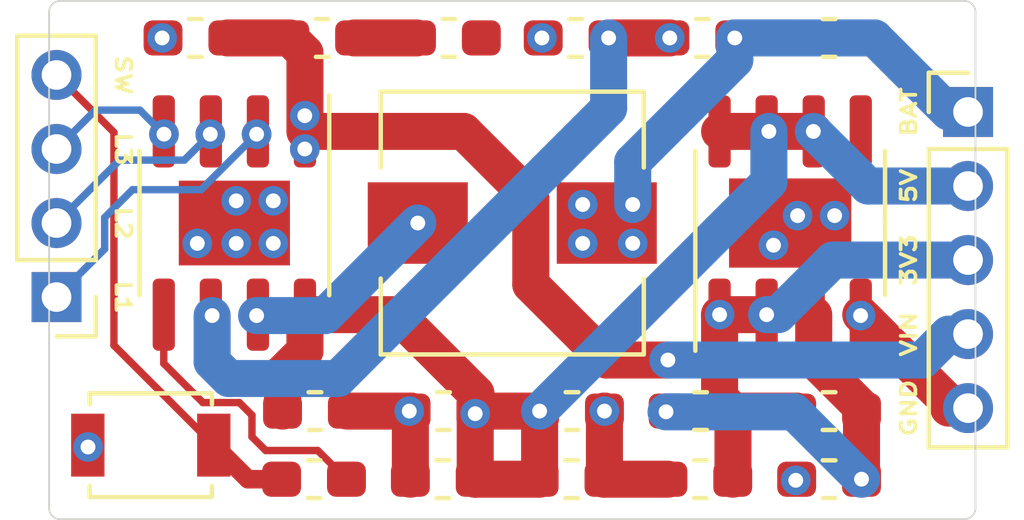
<source format=kicad_pcb>
(kicad_pcb (version 20171130) (host pcbnew "(5.1.9-0-10_14)")

  (general
    (thickness 1.6)
    (drawings 17)
    (tracks 142)
    (zones 0)
    (modules 22)
    (nets 16)
  )

  (page A4)
  (layers
    (0 F.Cu signal)
    (31 B.Cu signal)
    (32 B.Adhes user)
    (33 F.Adhes user)
    (34 B.Paste user)
    (35 F.Paste user)
    (36 B.SilkS user)
    (37 F.SilkS user)
    (38 B.Mask user)
    (39 F.Mask user)
    (40 Dwgs.User user)
    (41 Cmts.User user)
    (42 Eco1.User user)
    (43 Eco2.User user)
    (44 Edge.Cuts user)
    (45 Margin user)
    (46 B.CrtYd user hide)
    (47 F.CrtYd user)
    (48 B.Fab user hide)
    (49 F.Fab user hide)
  )

  (setup
    (last_trace_width 1)
    (user_trace_width 0.2)
    (user_trace_width 0.3)
    (user_trace_width 0.35)
    (user_trace_width 0.4)
    (user_trace_width 0.5)
    (user_trace_width 1)
    (user_trace_width 2)
    (trace_clearance 0.2)
    (zone_clearance 0.508)
    (zone_45_only no)
    (trace_min 0.2)
    (via_size 0.8)
    (via_drill 0.4)
    (via_min_size 0.4)
    (via_min_drill 0.3)
    (user_via 0.7 0.4)
    (user_via 0.8 0.5)
    (user_via 0.9 0.6)
    (user_via 1 0.7)
    (uvia_size 0.3)
    (uvia_drill 0.1)
    (uvias_allowed no)
    (uvia_min_size 0.2)
    (uvia_min_drill 0.1)
    (edge_width 0.05)
    (segment_width 0.2)
    (pcb_text_width 0.3)
    (pcb_text_size 1.5 1.5)
    (mod_edge_width 0.1)
    (mod_text_size 0.6 0.5)
    (mod_text_width 0.1)
    (pad_size 1 1.5)
    (pad_drill 0)
    (pad_to_mask_clearance 0.05)
    (aux_axis_origin 0 0)
    (visible_elements FFFFFF7F)
    (pcbplotparams
      (layerselection 0x010fc_ffffffff)
      (usegerberextensions false)
      (usegerberattributes true)
      (usegerberadvancedattributes true)
      (creategerberjobfile true)
      (excludeedgelayer true)
      (linewidth 0.100000)
      (plotframeref false)
      (viasonmask false)
      (mode 1)
      (useauxorigin false)
      (hpglpennumber 1)
      (hpglpenspeed 20)
      (hpglpendiameter 15.000000)
      (psnegative false)
      (psa4output false)
      (plotreference true)
      (plotvalue true)
      (plotinvisibletext false)
      (padsonsilk false)
      (subtractmaskfromsilk false)
      (outputformat 1)
      (mirror false)
      (drillshape 0)
      (scaleselection 1)
      (outputdirectory "./zeeuss_v2"))
  )

  (net 0 "")
  (net 1 Earth)
  (net 2 +3V3)
  (net 3 +5V)
  (net 4 "Net-(C6-Pad1)")
  (net 5 VBUS)
  (net 6 "Net-(C15-Pad1)")
  (net 7 +BATT)
  (net 8 "Net-(C23-Pad2)")
  (net 9 "Net-(L2-Pad1)")
  (net 10 "Net-(R3-Pad1)")
  (net 11 "Net-(U1-Pad5)")
  (net 12 /SW)
  (net 13 /LED3)
  (net 14 /LED2)
  (net 15 /LED1)

  (net_class Default "This is the default net class."
    (clearance 0.2)
    (trace_width 0.25)
    (via_dia 0.8)
    (via_drill 0.4)
    (uvia_dia 0.3)
    (uvia_drill 0.1)
    (add_net +3V3)
    (add_net +5V)
    (add_net +BATT)
    (add_net /LED1)
    (add_net /LED2)
    (add_net /LED3)
    (add_net /SW)
    (add_net Earth)
    (add_net "Net-(C15-Pad1)")
    (add_net "Net-(C23-Pad2)")
    (add_net "Net-(C6-Pad1)")
    (add_net "Net-(L2-Pad1)")
    (add_net "Net-(R3-Pad1)")
    (add_net "Net-(U1-Pad5)")
    (add_net VBUS)
  )

  (module Connector_PinHeader_2.00mm:PinHeader_1x04_P2.00mm_Vertical (layer F.Cu) (tedit 59FED667) (tstamp 604BED63)
    (at 100.2 108 180)
    (descr "Through hole straight pin header, 1x04, 2.00mm pitch, single row")
    (tags "Through hole pin header THT 1x04 2.00mm single row")
    (path /60AF611C)
    (fp_text reference J2 (at 0 -2.06) (layer F.SilkS) hide
      (effects (font (size 1 1) (thickness 0.15)))
    )
    (fp_text value Conn_01x04_Female (at 0 8.06) (layer F.Fab)
      (effects (font (size 1 1) (thickness 0.15)))
    )
    (fp_text user %R (at 0 3 90) (layer F.Fab)
      (effects (font (size 1 1) (thickness 0.15)))
    )
    (fp_line (start -0.5 -1) (end 1 -1) (layer F.Fab) (width 0.1))
    (fp_line (start 1 -1) (end 1 7) (layer F.Fab) (width 0.1))
    (fp_line (start 1 7) (end -1 7) (layer F.Fab) (width 0.1))
    (fp_line (start -1 7) (end -1 -0.5) (layer F.Fab) (width 0.1))
    (fp_line (start -1 -0.5) (end -0.5 -1) (layer F.Fab) (width 0.1))
    (fp_line (start -1.06 7.06) (end 1.06 7.06) (layer F.SilkS) (width 0.12))
    (fp_line (start -1.06 1) (end -1.06 7.06) (layer F.SilkS) (width 0.12))
    (fp_line (start 1.06 1) (end 1.06 7.06) (layer F.SilkS) (width 0.12))
    (fp_line (start -1.06 1) (end 1.06 1) (layer F.SilkS) (width 0.12))
    (fp_line (start -1.06 0) (end -1.06 -1.06) (layer F.SilkS) (width 0.12))
    (fp_line (start -1.06 -1.06) (end 0 -1.06) (layer F.SilkS) (width 0.12))
    (fp_line (start -1.5 -1.5) (end -1.5 7.5) (layer F.CrtYd) (width 0.05))
    (fp_line (start -1.5 7.5) (end 1.5 7.5) (layer F.CrtYd) (width 0.05))
    (fp_line (start 1.5 7.5) (end 1.5 -1.5) (layer F.CrtYd) (width 0.05))
    (fp_line (start 1.5 -1.5) (end -1.5 -1.5) (layer F.CrtYd) (width 0.05))
    (pad 4 thru_hole oval (at 0 6 180) (size 1.35 1.35) (drill 0.8) (layers *.Cu *.Mask)
      (net 12 /SW))
    (pad 3 thru_hole oval (at 0 4 180) (size 1.35 1.35) (drill 0.8) (layers *.Cu *.Mask)
      (net 13 /LED3))
    (pad 2 thru_hole oval (at 0 2 180) (size 1.35 1.35) (drill 0.8) (layers *.Cu *.Mask)
      (net 14 /LED2))
    (pad 1 thru_hole rect (at 0 0 180) (size 1.35 1.35) (drill 0.8) (layers *.Cu *.Mask)
      (net 15 /LED1))
    (model ${KISYS3DMOD}/Connector_PinHeader_2.00mm.3dshapes/PinHeader_1x04_P2.00mm_Vertical.wrl
      (at (xyz 0 0 0))
      (scale (xyz 1 1 1))
      (rotate (xyz 0 0 0))
    )
  )

  (module Connector_PinHeader_2.00mm:PinHeader_1x05_P2.00mm_Vertical (layer F.Cu) (tedit 59FED667) (tstamp 604BFA0C)
    (at 124.8 103)
    (descr "Through hole straight pin header, 1x05, 2.00mm pitch, single row")
    (tags "Through hole pin header THT 1x05 2.00mm single row")
    (path /60AB6E79)
    (fp_text reference J1 (at 0 -2.06) (layer F.SilkS) hide
      (effects (font (size 1 1) (thickness 0.15)))
    )
    (fp_text value Conn_01x05_Female (at 0 10.06) (layer F.Fab)
      (effects (font (size 1 1) (thickness 0.15)))
    )
    (fp_text user %R (at 0 4 90) (layer F.Fab)
      (effects (font (size 1 1) (thickness 0.15)))
    )
    (fp_line (start -0.5 -1) (end 1 -1) (layer F.Fab) (width 0.1))
    (fp_line (start 1 -1) (end 1 9) (layer F.Fab) (width 0.1))
    (fp_line (start 1 9) (end -1 9) (layer F.Fab) (width 0.1))
    (fp_line (start -1 9) (end -1 -0.5) (layer F.Fab) (width 0.1))
    (fp_line (start -1 -0.5) (end -0.5 -1) (layer F.Fab) (width 0.1))
    (fp_line (start -1.06 9.06) (end 1.06 9.06) (layer F.SilkS) (width 0.12))
    (fp_line (start -1.06 1) (end -1.06 9.06) (layer F.SilkS) (width 0.12))
    (fp_line (start 1.06 1) (end 1.06 9.06) (layer F.SilkS) (width 0.12))
    (fp_line (start -1.06 1) (end 1.06 1) (layer F.SilkS) (width 0.12))
    (fp_line (start -1.06 0) (end -1.06 -1.06) (layer F.SilkS) (width 0.12))
    (fp_line (start -1.06 -1.06) (end 0 -1.06) (layer F.SilkS) (width 0.12))
    (fp_line (start -1.5 -1.5) (end -1.5 9.5) (layer F.CrtYd) (width 0.05))
    (fp_line (start -1.5 9.5) (end 1.5 9.5) (layer F.CrtYd) (width 0.05))
    (fp_line (start 1.5 9.5) (end 1.5 -1.5) (layer F.CrtYd) (width 0.05))
    (fp_line (start 1.5 -1.5) (end -1.5 -1.5) (layer F.CrtYd) (width 0.05))
    (pad 5 thru_hole oval (at 0 8) (size 1.35 1.35) (drill 0.8) (layers *.Cu *.Mask)
      (net 1 Earth))
    (pad 4 thru_hole oval (at 0 6) (size 1.35 1.35) (drill 0.8) (layers *.Cu *.Mask)
      (net 5 VBUS))
    (pad 3 thru_hole oval (at 0 4) (size 1.35 1.35) (drill 0.8) (layers *.Cu *.Mask)
      (net 2 +3V3))
    (pad 2 thru_hole oval (at 0 2) (size 1.35 1.35) (drill 0.8) (layers *.Cu *.Mask)
      (net 3 +5V))
    (pad 1 thru_hole rect (at 0 0) (size 1.35 1.35) (drill 0.8) (layers *.Cu *.Mask)
      (net 7 +BATT))
    (model ${KISYS3DMOD}/Connector_PinHeader_2.00mm.3dshapes/PinHeader_1x05_P2.00mm_Vertical.wrl
      (at (xyz 0 0 0))
      (scale (xyz 1 1 1))
      (rotate (xyz 0 0 0))
    )
  )

  (module Capacitor_SMD:C_0603_1608Metric_Pad1.05x0.95mm_HandSolder (layer F.Cu) (tedit 5B301BBE) (tstamp 604C12DD)
    (at 117.575 112.92 180)
    (descr "Capacitor SMD 0603 (1608 Metric), square (rectangular) end terminal, IPC_7351 nominal with elongated pad for handsoldering. (Body size source: http://www.tortai-tech.com/upload/download/2011102023233369053.pdf), generated with kicad-footprint-generator")
    (tags "capacitor handsolder")
    (path /5FA5BC49)
    (attr smd)
    (fp_text reference C11 (at 1.275 -0.65833) (layer F.SilkS) hide
      (effects (font (size 0.5 0.6) (thickness 0.1)))
    )
    (fp_text value 2.2uF (at 0 1.43) (layer F.Fab)
      (effects (font (size 1 1) (thickness 0.15)))
    )
    (fp_line (start 1.65 0.73) (end -1.65 0.73) (layer F.CrtYd) (width 0.05))
    (fp_line (start 1.65 -0.73) (end 1.65 0.73) (layer F.CrtYd) (width 0.05))
    (fp_line (start -1.65 -0.73) (end 1.65 -0.73) (layer F.CrtYd) (width 0.05))
    (fp_line (start -1.65 0.73) (end -1.65 -0.73) (layer F.CrtYd) (width 0.05))
    (fp_line (start -0.171267 0.51) (end 0.171267 0.51) (layer F.SilkS) (width 0.12))
    (fp_line (start -0.171267 -0.51) (end 0.171267 -0.51) (layer F.SilkS) (width 0.12))
    (fp_line (start 0.8 0.4) (end -0.8 0.4) (layer F.Fab) (width 0.1))
    (fp_line (start 0.8 -0.4) (end 0.8 0.4) (layer F.Fab) (width 0.1))
    (fp_line (start -0.8 -0.4) (end 0.8 -0.4) (layer F.Fab) (width 0.1))
    (fp_line (start -0.8 0.4) (end -0.8 -0.4) (layer F.Fab) (width 0.1))
    (fp_text user %R (at 0 0) (layer F.Fab)
      (effects (font (size 0.4 0.4) (thickness 0.06)))
    )
    (pad 2 smd roundrect (at 0.875 0 180) (size 1.05 0.95) (layers F.Cu F.Paste F.Mask) (roundrect_rratio 0.25)
      (net 1 Earth))
    (pad 1 smd roundrect (at -0.875 0 180) (size 1.05 0.95) (layers F.Cu F.Paste F.Mask) (roundrect_rratio 0.25)
      (net 2 +3V3))
    (model ${KISYS3DMOD}/Capacitor_SMD.3dshapes/C_0603_1608Metric.wrl
      (at (xyz 0 0 0))
      (scale (xyz 1 1 1))
      (rotate (xyz 0 0 0))
    )
  )

  (module Package_SO:SOIC-8-1EP_3.9x4.9mm_P1.27mm_EP2.29x3mm (layer F.Cu) (tedit 5DC5FE76) (tstamp 604BF157)
    (at 105 106 270)
    (descr "SOIC, 8 Pin (https://www.analog.com/media/en/technical-documentation/data-sheets/ada4898-1_4898-2.pdf#page=29), generated with kicad-footprint-generator ipc_gullwing_generator.py")
    (tags "SOIC SO")
    (path /5F9BB449)
    (attr smd)
    (fp_text reference U2 (at -0.1 -1.95 90) (layer F.SilkS) hide
      (effects (font (size 0.5 0.6) (thickness 0.1)))
    )
    (fp_text value IP5306 (at 0 3.4 90) (layer F.Fab)
      (effects (font (size 1 1) (thickness 0.15)))
    )
    (fp_line (start 3.7 -2.7) (end -3.7 -2.7) (layer F.CrtYd) (width 0.05))
    (fp_line (start 3.7 2.7) (end 3.7 -2.7) (layer F.CrtYd) (width 0.05))
    (fp_line (start -3.7 2.7) (end 3.7 2.7) (layer F.CrtYd) (width 0.05))
    (fp_line (start -3.7 -2.7) (end -3.7 2.7) (layer F.CrtYd) (width 0.05))
    (fp_line (start -1.95 -1.475) (end -0.975 -2.45) (layer F.Fab) (width 0.1))
    (fp_line (start -1.95 2.45) (end -1.95 -1.475) (layer F.Fab) (width 0.1))
    (fp_line (start 1.95 2.45) (end -1.95 2.45) (layer F.Fab) (width 0.1))
    (fp_line (start 1.95 -2.45) (end 1.95 2.45) (layer F.Fab) (width 0.1))
    (fp_line (start -0.975 -2.45) (end 1.95 -2.45) (layer F.Fab) (width 0.1))
    (fp_line (start 0 -2.56) (end -3.45 -2.56) (layer F.SilkS) (width 0.12))
    (fp_line (start 0 -2.56) (end 1.95 -2.56) (layer F.SilkS) (width 0.12))
    (fp_line (start 0 2.56) (end -1.95 2.56) (layer F.SilkS) (width 0.12))
    (fp_line (start 0 2.56) (end 1.95 2.56) (layer F.SilkS) (width 0.12))
    (fp_text user %R (at 0 0 90) (layer F.Fab)
      (effects (font (size 0.98 0.98) (thickness 0.15)))
    )
    (pad "" smd roundrect (at 0.57 0.75 270) (size 0.92 1.21) (layers F.Paste) (roundrect_rratio 0.25))
    (pad "" smd roundrect (at 0.57 -0.75 270) (size 0.92 1.21) (layers F.Paste) (roundrect_rratio 0.25))
    (pad "" smd roundrect (at -0.57 0.75 270) (size 0.92 1.21) (layers F.Paste) (roundrect_rratio 0.25))
    (pad "" smd roundrect (at -0.57 -0.75 270) (size 0.92 1.21) (layers F.Paste) (roundrect_rratio 0.25))
    (pad 9 smd rect (at 0 0 270) (size 2.29 3) (layers F.Cu F.Mask)
      (net 1 Earth))
    (pad 8 smd roundrect (at 2.475 -1.905 270) (size 1.95 0.6) (layers F.Cu F.Paste F.Mask) (roundrect_rratio 0.25)
      (net 3 +5V))
    (pad 7 smd roundrect (at 2.475 -0.635 270) (size 1.95 0.6) (layers F.Cu F.Paste F.Mask) (roundrect_rratio 0.25)
      (net 9 "Net-(L2-Pad1)"))
    (pad 6 smd roundrect (at 2.475 0.635 270) (size 1.95 0.6) (layers F.Cu F.Paste F.Mask) (roundrect_rratio 0.25)
      (net 6 "Net-(C15-Pad1)"))
    (pad 5 smd roundrect (at 2.475 1.905 270) (size 1.95 0.6) (layers F.Cu F.Paste F.Mask) (roundrect_rratio 0.25)
      (net 10 "Net-(R3-Pad1)"))
    (pad 4 smd roundrect (at -2.475 1.905 270) (size 1.95 0.6) (layers F.Cu F.Paste F.Mask) (roundrect_rratio 0.25)
      (net 13 /LED3))
    (pad 3 smd roundrect (at -2.475 0.635 270) (size 1.95 0.6) (layers F.Cu F.Paste F.Mask) (roundrect_rratio 0.25)
      (net 14 /LED2))
    (pad 2 smd roundrect (at -2.475 -0.635 270) (size 1.95 0.6) (layers F.Cu F.Paste F.Mask) (roundrect_rratio 0.25)
      (net 15 /LED1))
    (pad 1 smd roundrect (at -2.475 -1.905 270) (size 1.95 0.6) (layers F.Cu F.Paste F.Mask) (roundrect_rratio 0.25)
      (net 5 VBUS))
    (model ${KISYS3DMOD}/Package_SO.3dshapes/SOIC-8-1EP_3.9x4.9mm_P1.27mm_EP2.29x3mm.wrl
      (at (xyz 0 0 0))
      (scale (xyz 1 1 1))
      (rotate (xyz 0 0 0))
    )
  )

  (module Package_SO:SOIC-8-1EP_3.9x4.9mm_P1.27mm_EP2.41x3.3mm (layer F.Cu) (tedit 5DC5FE76) (tstamp 5F9D1EEF)
    (at 120 106 90)
    (descr "SOIC, 8 Pin (http://www.allegromicro.com/~/media/Files/Datasheets/A4950-Datasheet.ashx#page=8), generated with kicad-footprint-generator ipc_gullwing_generator.py")
    (tags "SOIC SO")
    (path /5F9BF2B4)
    (attr smd)
    (fp_text reference U1 (at 0.05 -2.2 90) (layer F.SilkS) hide
      (effects (font (size 0.5 0.6) (thickness 0.1)))
    )
    (fp_text value MP20045 (at 0 3.4 90) (layer F.Fab)
      (effects (font (size 1 1) (thickness 0.15)))
    )
    (fp_line (start 3.7 -2.7) (end -3.7 -2.7) (layer F.CrtYd) (width 0.05))
    (fp_line (start 3.7 2.7) (end 3.7 -2.7) (layer F.CrtYd) (width 0.05))
    (fp_line (start -3.7 2.7) (end 3.7 2.7) (layer F.CrtYd) (width 0.05))
    (fp_line (start -3.7 -2.7) (end -3.7 2.7) (layer F.CrtYd) (width 0.05))
    (fp_line (start -1.95 -1.475) (end -0.975 -2.45) (layer F.Fab) (width 0.1))
    (fp_line (start -1.95 2.45) (end -1.95 -1.475) (layer F.Fab) (width 0.1))
    (fp_line (start 1.95 2.45) (end -1.95 2.45) (layer F.Fab) (width 0.1))
    (fp_line (start 1.95 -2.45) (end 1.95 2.45) (layer F.Fab) (width 0.1))
    (fp_line (start -0.975 -2.45) (end 1.95 -2.45) (layer F.Fab) (width 0.1))
    (fp_line (start 0 -2.56) (end -3.45 -2.56) (layer F.SilkS) (width 0.12))
    (fp_line (start 0 -2.56) (end 1.95 -2.56) (layer F.SilkS) (width 0.12))
    (fp_line (start 0 2.56) (end -1.95 2.56) (layer F.SilkS) (width 0.12))
    (fp_line (start 0 2.56) (end 1.95 2.56) (layer F.SilkS) (width 0.12))
    (fp_text user %R (at 0 0 90) (layer F.Fab)
      (effects (font (size 0.98 0.98) (thickness 0.15)))
    )
    (pad "" smd roundrect (at 0.6 0.825 90) (size 0.97 1.33) (layers F.Paste) (roundrect_rratio 0.25))
    (pad "" smd roundrect (at 0.6 -0.825 90) (size 0.97 1.33) (layers F.Paste) (roundrect_rratio 0.25))
    (pad "" smd roundrect (at -0.6 0.825 90) (size 0.97 1.33) (layers F.Paste) (roundrect_rratio 0.25))
    (pad "" smd roundrect (at -0.6 -0.825 90) (size 0.97 1.33) (layers F.Paste) (roundrect_rratio 0.25))
    (pad 9 smd rect (at 0 0 90) (size 2.41 3.3) (layers F.Cu F.Mask)
      (net 1 Earth))
    (pad 8 smd roundrect (at 2.475 -1.905 90) (size 1.95 0.6) (layers F.Cu F.Paste F.Mask) (roundrect_rratio 0.25)
      (net 3 +5V))
    (pad 7 smd roundrect (at 2.475 -0.635 90) (size 1.95 0.6) (layers F.Cu F.Paste F.Mask) (roundrect_rratio 0.25)
      (net 3 +5V))
    (pad 6 smd roundrect (at 2.475 0.635 90) (size 1.95 0.6) (layers F.Cu F.Paste F.Mask) (roundrect_rratio 0.25)
      (net 3 +5V))
    (pad 5 smd roundrect (at 2.475 1.905 90) (size 1.95 0.6) (layers F.Cu F.Paste F.Mask) (roundrect_rratio 0.25)
      (net 11 "Net-(U1-Pad5)"))
    (pad 4 smd roundrect (at -2.475 1.905 90) (size 1.95 0.6) (layers F.Cu F.Paste F.Mask) (roundrect_rratio 0.25)
      (net 1 Earth))
    (pad 3 smd roundrect (at -2.475 0.635 90) (size 1.95 0.6) (layers F.Cu F.Paste F.Mask) (roundrect_rratio 0.25)
      (net 8 "Net-(C23-Pad2)"))
    (pad 2 smd roundrect (at -2.475 -0.635 90) (size 1.95 0.6) (layers F.Cu F.Paste F.Mask) (roundrect_rratio 0.25)
      (net 2 +3V3))
    (pad 1 smd roundrect (at -2.475 -1.905 90) (size 1.95 0.6) (layers F.Cu F.Paste F.Mask) (roundrect_rratio 0.25)
      (net 2 +3V3))
    (model ${KISYS3DMOD}/Package_SO.3dshapes/SOIC-8-1EP_3.9x4.9mm_P1.27mm_EP2.41x3.3mm.wrl
      (at (xyz 0 0 0))
      (scale (xyz 1 1 1))
      (rotate (xyz 0 0 0))
    )
  )

  (module Button_Switch_SMD:SW_SPST_B3U-1000P (layer F.Cu) (tedit 5A02FC95) (tstamp 604C3041)
    (at 102.745 112)
    (descr "Ultra-small-sized Tactile Switch with High Contact Reliability, Top-actuated Model, without Ground Terminal, without Boss")
    (tags "Tactile Switch")
    (path /5F2C825B)
    (attr smd)
    (fp_text reference SW1 (at -0.05 0.05) (layer F.SilkS) hide
      (effects (font (size 0.5 0.6) (thickness 0.1)))
    )
    (fp_text value SW_SPST (at 0 2.5) (layer F.Fab)
      (effects (font (size 1 1) (thickness 0.15)))
    )
    (fp_circle (center 0 0) (end 0.75 0) (layer F.Fab) (width 0.1))
    (fp_line (start -1.5 1.25) (end -1.5 -1.25) (layer F.Fab) (width 0.1))
    (fp_line (start 1.5 1.25) (end -1.5 1.25) (layer F.Fab) (width 0.1))
    (fp_line (start 1.5 -1.25) (end 1.5 1.25) (layer F.Fab) (width 0.1))
    (fp_line (start -1.5 -1.25) (end 1.5 -1.25) (layer F.Fab) (width 0.1))
    (fp_line (start 1.65 -1.4) (end 1.65 -1.1) (layer F.SilkS) (width 0.12))
    (fp_line (start -1.65 -1.4) (end 1.65 -1.4) (layer F.SilkS) (width 0.12))
    (fp_line (start -1.65 -1.1) (end -1.65 -1.4) (layer F.SilkS) (width 0.12))
    (fp_line (start 1.65 1.4) (end 1.65 1.1) (layer F.SilkS) (width 0.12))
    (fp_line (start -1.65 1.4) (end 1.65 1.4) (layer F.SilkS) (width 0.12))
    (fp_line (start -1.65 1.1) (end -1.65 1.4) (layer F.SilkS) (width 0.12))
    (fp_line (start -2.4 -1.65) (end -2.4 1.65) (layer F.CrtYd) (width 0.05))
    (fp_line (start 2.4 -1.65) (end -2.4 -1.65) (layer F.CrtYd) (width 0.05))
    (fp_line (start 2.4 1.65) (end 2.4 -1.65) (layer F.CrtYd) (width 0.05))
    (fp_line (start -2.4 1.65) (end 2.4 1.65) (layer F.CrtYd) (width 0.05))
    (fp_text user %R (at 0 -2.5) (layer F.Fab)
      (effects (font (size 1 1) (thickness 0.15)))
    )
    (pad 2 smd rect (at 1.7 0) (size 0.9 1.7) (layers F.Cu F.Paste F.Mask)
      (net 12 /SW))
    (pad 1 smd rect (at -1.7 0) (size 0.9 1.7) (layers F.Cu F.Paste F.Mask)
      (net 1 Earth))
    (model ${KISYS3DMOD}/Button_Switch_SMD.3dshapes/SW_SPST_B3U-1000P.wrl
      (at (xyz 0 0 0))
      (scale (xyz 1 1 1))
      (rotate (xyz 0 0 0))
    )
  )

  (module Resistor_SMD:R_0603_1608Metric_Pad1.05x0.95mm_HandSolder (layer F.Cu) (tedit 5B301BBD) (tstamp 604C126E)
    (at 121.05 112.92)
    (descr "Resistor SMD 0603 (1608 Metric), square (rectangular) end terminal, IPC_7351 nominal with elongated pad for handsoldering. (Body size source: http://www.tortai-tech.com/upload/download/2011102023233369053.pdf), generated with kicad-footprint-generator")
    (tags "resistor handsolder")
    (path /5F4989DD)
    (attr smd)
    (fp_text reference R10 (at -1.7 -0.1 -90) (layer F.SilkS) hide
      (effects (font (size 0.5 0.6) (thickness 0.1)))
    )
    (fp_text value 10K (at 0 1.43) (layer F.Fab)
      (effects (font (size 1 1) (thickness 0.15)))
    )
    (fp_line (start 1.65 0.73) (end -1.65 0.73) (layer F.CrtYd) (width 0.05))
    (fp_line (start 1.65 -0.73) (end 1.65 0.73) (layer F.CrtYd) (width 0.05))
    (fp_line (start -1.65 -0.73) (end 1.65 -0.73) (layer F.CrtYd) (width 0.05))
    (fp_line (start -1.65 0.73) (end -1.65 -0.73) (layer F.CrtYd) (width 0.05))
    (fp_line (start -0.171267 0.51) (end 0.171267 0.51) (layer F.SilkS) (width 0.12))
    (fp_line (start -0.171267 -0.51) (end 0.171267 -0.51) (layer F.SilkS) (width 0.12))
    (fp_line (start 0.8 0.4) (end -0.8 0.4) (layer F.Fab) (width 0.1))
    (fp_line (start 0.8 -0.4) (end 0.8 0.4) (layer F.Fab) (width 0.1))
    (fp_line (start -0.8 -0.4) (end 0.8 -0.4) (layer F.Fab) (width 0.1))
    (fp_line (start -0.8 0.4) (end -0.8 -0.4) (layer F.Fab) (width 0.1))
    (fp_text user %R (at 0 0 -270) (layer F.Fab)
      (effects (font (size 0.4 0.4) (thickness 0.06)))
    )
    (pad 2 smd roundrect (at 0.875 0) (size 1.05 0.95) (layers F.Cu F.Paste F.Mask) (roundrect_rratio 0.25)
      (net 8 "Net-(C23-Pad2)"))
    (pad 1 smd roundrect (at -0.875 0) (size 1.05 0.95) (layers F.Cu F.Paste F.Mask) (roundrect_rratio 0.25)
      (net 1 Earth))
    (model ${KISYS3DMOD}/Resistor_SMD.3dshapes/R_0603_1608Metric.wrl
      (at (xyz 0 0 0))
      (scale (xyz 1 1 1))
      (rotate (xyz 0 0 0))
    )
  )

  (module Resistor_SMD:R_0603_1608Metric_Pad1.05x0.95mm_HandSolder (layer F.Cu) (tedit 5B301BBD) (tstamp 604C05CE)
    (at 117.58125 111.08)
    (descr "Resistor SMD 0603 (1608 Metric), square (rectangular) end terminal, IPC_7351 nominal with elongated pad for handsoldering. (Body size source: http://www.tortai-tech.com/upload/download/2011102023233369053.pdf), generated with kicad-footprint-generator")
    (tags "resistor handsolder")
    (path /5F47F75C)
    (attr smd)
    (fp_text reference R9 (at 1.525 -0.75) (layer F.SilkS) hide
      (effects (font (size 0.5 0.6) (thickness 0.1)))
    )
    (fp_text value 12K (at 0 1.43) (layer F.Fab)
      (effects (font (size 1 1) (thickness 0.15)))
    )
    (fp_line (start 1.65 0.73) (end -1.65 0.73) (layer F.CrtYd) (width 0.05))
    (fp_line (start 1.65 -0.73) (end 1.65 0.73) (layer F.CrtYd) (width 0.05))
    (fp_line (start -1.65 -0.73) (end 1.65 -0.73) (layer F.CrtYd) (width 0.05))
    (fp_line (start -1.65 0.73) (end -1.65 -0.73) (layer F.CrtYd) (width 0.05))
    (fp_line (start -0.171267 0.51) (end 0.171267 0.51) (layer F.SilkS) (width 0.12))
    (fp_line (start -0.171267 -0.51) (end 0.171267 -0.51) (layer F.SilkS) (width 0.12))
    (fp_line (start 0.8 0.4) (end -0.8 0.4) (layer F.Fab) (width 0.1))
    (fp_line (start 0.8 -0.4) (end 0.8 0.4) (layer F.Fab) (width 0.1))
    (fp_line (start -0.8 -0.4) (end 0.8 -0.4) (layer F.Fab) (width 0.1))
    (fp_line (start -0.8 0.4) (end -0.8 -0.4) (layer F.Fab) (width 0.1))
    (fp_text user %R (at 0 0) (layer F.Fab)
      (effects (font (size 0.4 0.4) (thickness 0.06)))
    )
    (pad 2 smd roundrect (at 0.875 0) (size 1.05 0.95) (layers F.Cu F.Paste F.Mask) (roundrect_rratio 0.25)
      (net 2 +3V3))
    (pad 1 smd roundrect (at -0.875 0) (size 1.05 0.95) (layers F.Cu F.Paste F.Mask) (roundrect_rratio 0.25)
      (net 8 "Net-(C23-Pad2)"))
    (model ${KISYS3DMOD}/Resistor_SMD.3dshapes/R_0603_1608Metric.wrl
      (at (xyz 0 0 0))
      (scale (xyz 1 1 1))
      (rotate (xyz 0 0 0))
    )
  )

  (module Resistor_SMD:R_0603_1608Metric_Pad1.05x0.95mm_HandSolder (layer F.Cu) (tedit 5B301BBD) (tstamp 5F9D2582)
    (at 117.63 101 180)
    (descr "Resistor SMD 0603 (1608 Metric), square (rectangular) end terminal, IPC_7351 nominal with elongated pad for handsoldering. (Body size source: http://www.tortai-tech.com/upload/download/2011102023233369053.pdf), generated with kicad-footprint-generator")
    (tags "resistor handsolder")
    (path /5F28E9AE)
    (attr smd)
    (fp_text reference R5 (at -1.35 -1.05 270) (layer F.SilkS) hide
      (effects (font (size 0.5 0.6) (thickness 0.1)))
    )
    (fp_text value 0.5R (at 0 1.43) (layer F.Fab)
      (effects (font (size 1 1) (thickness 0.15)))
    )
    (fp_line (start 1.65 0.73) (end -1.65 0.73) (layer F.CrtYd) (width 0.05))
    (fp_line (start 1.65 -0.73) (end 1.65 0.73) (layer F.CrtYd) (width 0.05))
    (fp_line (start -1.65 -0.73) (end 1.65 -0.73) (layer F.CrtYd) (width 0.05))
    (fp_line (start -1.65 0.73) (end -1.65 -0.73) (layer F.CrtYd) (width 0.05))
    (fp_line (start -0.171267 0.51) (end 0.171267 0.51) (layer F.SilkS) (width 0.12))
    (fp_line (start -0.171267 -0.51) (end 0.171267 -0.51) (layer F.SilkS) (width 0.12))
    (fp_line (start 0.8 0.4) (end -0.8 0.4) (layer F.Fab) (width 0.1))
    (fp_line (start 0.8 -0.4) (end 0.8 0.4) (layer F.Fab) (width 0.1))
    (fp_line (start -0.8 -0.4) (end 0.8 -0.4) (layer F.Fab) (width 0.1))
    (fp_line (start -0.8 0.4) (end -0.8 -0.4) (layer F.Fab) (width 0.1))
    (fp_text user %R (at 0 0) (layer F.Fab)
      (effects (font (size 0.4 0.4) (thickness 0.06)))
    )
    (pad 2 smd roundrect (at 0.875 0 180) (size 1.05 0.95) (layers F.Cu F.Paste F.Mask) (roundrect_rratio 0.25)
      (net 6 "Net-(C15-Pad1)"))
    (pad 1 smd roundrect (at -0.875 0 180) (size 1.05 0.95) (layers F.Cu F.Paste F.Mask) (roundrect_rratio 0.25)
      (net 7 +BATT))
    (model ${KISYS3DMOD}/Resistor_SMD.3dshapes/R_0603_1608Metric.wrl
      (at (xyz 0 0 0))
      (scale (xyz 1 1 1))
      (rotate (xyz 0 0 0))
    )
  )

  (module Resistor_SMD:R_0603_1608Metric_Pad1.05x0.95mm_HandSolder (layer F.Cu) (tedit 5B301BBD) (tstamp 604C133D)
    (at 107.15 112.92 180)
    (descr "Resistor SMD 0603 (1608 Metric), square (rectangular) end terminal, IPC_7351 nominal with elongated pad for handsoldering. (Body size source: http://www.tortai-tech.com/upload/download/2011102023233369053.pdf), generated with kicad-footprint-generator")
    (tags "resistor handsolder")
    (path /5F2C724F)
    (attr smd)
    (fp_text reference R3 (at -1.425 -0.8) (layer F.SilkS) hide
      (effects (font (size 0.5 0.6) (thickness 0.1)))
    )
    (fp_text value 10K (at 0 1.43) (layer F.Fab)
      (effects (font (size 1 1) (thickness 0.15)))
    )
    (fp_line (start 1.65 0.73) (end -1.65 0.73) (layer F.CrtYd) (width 0.05))
    (fp_line (start 1.65 -0.73) (end 1.65 0.73) (layer F.CrtYd) (width 0.05))
    (fp_line (start -1.65 -0.73) (end 1.65 -0.73) (layer F.CrtYd) (width 0.05))
    (fp_line (start -1.65 0.73) (end -1.65 -0.73) (layer F.CrtYd) (width 0.05))
    (fp_line (start -0.171267 0.51) (end 0.171267 0.51) (layer F.SilkS) (width 0.12))
    (fp_line (start -0.171267 -0.51) (end 0.171267 -0.51) (layer F.SilkS) (width 0.12))
    (fp_line (start 0.8 0.4) (end -0.8 0.4) (layer F.Fab) (width 0.1))
    (fp_line (start 0.8 -0.4) (end 0.8 0.4) (layer F.Fab) (width 0.1))
    (fp_line (start -0.8 -0.4) (end 0.8 -0.4) (layer F.Fab) (width 0.1))
    (fp_line (start -0.8 0.4) (end -0.8 -0.4) (layer F.Fab) (width 0.1))
    (fp_text user %R (at 0 0) (layer F.Fab)
      (effects (font (size 0.4 0.4) (thickness 0.06)))
    )
    (pad 2 smd roundrect (at 0.875 0 180) (size 1.05 0.95) (layers F.Cu F.Paste F.Mask) (roundrect_rratio 0.25)
      (net 12 /SW))
    (pad 1 smd roundrect (at -0.875 0 180) (size 1.05 0.95) (layers F.Cu F.Paste F.Mask) (roundrect_rratio 0.25)
      (net 10 "Net-(R3-Pad1)"))
    (model ${KISYS3DMOD}/Resistor_SMD.3dshapes/R_0603_1608Metric.wrl
      (at (xyz 0 0 0))
      (scale (xyz 1 1 1))
      (rotate (xyz 0 0 0))
    )
  )

  (module Resistor_SMD:R_0603_1608Metric_Pad1.05x0.95mm_HandSolder (layer F.Cu) (tedit 5B301BBD) (tstamp 5F9C0F27)
    (at 107.37 101)
    (descr "Resistor SMD 0603 (1608 Metric), square (rectangular) end terminal, IPC_7351 nominal with elongated pad for handsoldering. (Body size source: http://www.tortai-tech.com/upload/download/2011102023233369053.pdf), generated with kicad-footprint-generator")
    (tags "resistor handsolder")
    (path /5F165ADF)
    (attr smd)
    (fp_text reference R1 (at -0.025 0.05 270) (layer F.SilkS) hide
      (effects (font (size 0.5 0.6) (thickness 0.1)))
    )
    (fp_text value 2R (at 0 1.43) (layer F.Fab)
      (effects (font (size 1 1) (thickness 0.15)))
    )
    (fp_line (start 1.65 0.73) (end -1.65 0.73) (layer F.CrtYd) (width 0.05))
    (fp_line (start 1.65 -0.73) (end 1.65 0.73) (layer F.CrtYd) (width 0.05))
    (fp_line (start -1.65 -0.73) (end 1.65 -0.73) (layer F.CrtYd) (width 0.05))
    (fp_line (start -1.65 0.73) (end -1.65 -0.73) (layer F.CrtYd) (width 0.05))
    (fp_line (start -0.171267 0.51) (end 0.171267 0.51) (layer F.SilkS) (width 0.12))
    (fp_line (start -0.171267 -0.51) (end 0.171267 -0.51) (layer F.SilkS) (width 0.12))
    (fp_line (start 0.8 0.4) (end -0.8 0.4) (layer F.Fab) (width 0.1))
    (fp_line (start 0.8 -0.4) (end 0.8 0.4) (layer F.Fab) (width 0.1))
    (fp_line (start -0.8 -0.4) (end 0.8 -0.4) (layer F.Fab) (width 0.1))
    (fp_line (start -0.8 0.4) (end -0.8 -0.4) (layer F.Fab) (width 0.1))
    (fp_text user %R (at 0 0) (layer F.Fab)
      (effects (font (size 0.4 0.4) (thickness 0.06)))
    )
    (pad 2 smd roundrect (at 0.875 0) (size 1.05 0.95) (layers F.Cu F.Paste F.Mask) (roundrect_rratio 0.25)
      (net 4 "Net-(C6-Pad1)"))
    (pad 1 smd roundrect (at -0.875 0) (size 1.05 0.95) (layers F.Cu F.Paste F.Mask) (roundrect_rratio 0.25)
      (net 5 VBUS))
    (model ${KISYS3DMOD}/Resistor_SMD.3dshapes/R_0603_1608Metric.wrl
      (at (xyz 0 0 0))
      (scale (xyz 1 1 1))
      (rotate (xyz 0 0 0))
    )
  )

  (module Inductor_SMD:L_Wuerth_HCI-7030 (layer F.Cu) (tedit 5990349D) (tstamp 5F9C148E)
    (at 112.5 106)
    (descr "Inductor, Wuerth Elektronik, Wuerth_HCI-7030, 6.9mmx6.9mm")
    (tags "inductor Wuerth hci smd")
    (path /5F28D67F)
    (attr smd)
    (fp_text reference L2 (at 0.05 -0.25) (layer F.SilkS) hide
      (effects (font (size 0.5 0.6) (thickness 0.1)))
    )
    (fp_text value 1uH (at 0 4.95) (layer F.Fab)
      (effects (font (size 1 1) (thickness 0.15)))
    )
    (fp_line (start 3.55 -3.55) (end 3.55 -1.5) (layer F.SilkS) (width 0.12))
    (fp_line (start -3.55 -3.55) (end 3.55 -3.55) (layer F.SilkS) (width 0.12))
    (fp_line (start -3.55 -1.5) (end -3.55 -3.55) (layer F.SilkS) (width 0.12))
    (fp_line (start 3.55 3.55) (end 3.55 1.5) (layer F.SilkS) (width 0.12))
    (fp_line (start -3.55 3.55) (end 3.55 3.55) (layer F.SilkS) (width 0.12))
    (fp_line (start -3.55 1.5) (end -3.55 3.55) (layer F.SilkS) (width 0.12))
    (fp_line (start 4.2 -3.75) (end -4.2 -3.75) (layer F.CrtYd) (width 0.05))
    (fp_line (start 4.2 3.75) (end 4.2 -3.75) (layer F.CrtYd) (width 0.05))
    (fp_line (start -4.2 3.75) (end 4.2 3.75) (layer F.CrtYd) (width 0.05))
    (fp_line (start -4.2 -3.75) (end -4.2 3.75) (layer F.CrtYd) (width 0.05))
    (fp_line (start 3.45 -3.45) (end -3.45 -3.45) (layer F.Fab) (width 0.1))
    (fp_line (start 3.45 3.45) (end 3.45 -3.45) (layer F.Fab) (width 0.1))
    (fp_line (start -3.45 3.45) (end 3.45 3.45) (layer F.Fab) (width 0.1))
    (fp_line (start -3.45 -3.45) (end -3.45 3.45) (layer F.Fab) (width 0.1))
    (fp_text user %R (at 0 0) (layer F.Fab)
      (effects (font (size 1 1) (thickness 0.15)))
    )
    (pad 2 smd rect (at 2.55 0) (size 2.7 2.2) (layers F.Cu F.Paste F.Mask)
      (net 7 +BATT))
    (pad 1 smd rect (at -2.55 0) (size 2.7 2.2) (layers F.Cu F.Paste F.Mask)
      (net 9 "Net-(L2-Pad1)"))
    (model ${KISYS3DMOD}/Inductor_SMD.3dshapes/L_Wuerth_HCI-7030.wrl
      (at (xyz 0 0 0))
      (scale (xyz 1 1 1))
      (rotate (xyz 0 0 0))
    )
  )

  (module Capacitor_SMD:C_0603_1608Metric_Pad1.05x0.95mm_HandSolder (layer F.Cu) (tedit 5B301BBE) (tstamp 5F9C0E88)
    (at 121.05 111.08)
    (descr "Capacitor SMD 0603 (1608 Metric), square (rectangular) end terminal, IPC_7351 nominal with elongated pad for handsoldering. (Body size source: http://www.tortai-tech.com/upload/download/2011102023233369053.pdf), generated with kicad-footprint-generator")
    (tags "capacitor handsolder")
    (path /5F4A1B73)
    (attr smd)
    (fp_text reference C23 (at -1.75 -0.2 270) (layer F.SilkS) hide
      (effects (font (size 0.5 0.6) (thickness 0.1)))
    )
    (fp_text value 0.1uF (at 0 1.43) (layer F.Fab)
      (effects (font (size 1 1) (thickness 0.15)))
    )
    (fp_line (start 1.65 0.73) (end -1.65 0.73) (layer F.CrtYd) (width 0.05))
    (fp_line (start 1.65 -0.73) (end 1.65 0.73) (layer F.CrtYd) (width 0.05))
    (fp_line (start -1.65 -0.73) (end 1.65 -0.73) (layer F.CrtYd) (width 0.05))
    (fp_line (start -1.65 0.73) (end -1.65 -0.73) (layer F.CrtYd) (width 0.05))
    (fp_line (start -0.171267 0.51) (end 0.171267 0.51) (layer F.SilkS) (width 0.12))
    (fp_line (start -0.171267 -0.51) (end 0.171267 -0.51) (layer F.SilkS) (width 0.12))
    (fp_line (start 0.8 0.4) (end -0.8 0.4) (layer F.Fab) (width 0.1))
    (fp_line (start 0.8 -0.4) (end 0.8 0.4) (layer F.Fab) (width 0.1))
    (fp_line (start -0.8 -0.4) (end 0.8 -0.4) (layer F.Fab) (width 0.1))
    (fp_line (start -0.8 0.4) (end -0.8 -0.4) (layer F.Fab) (width 0.1))
    (fp_text user %R (at 0 0) (layer F.Fab)
      (effects (font (size 0.4 0.4) (thickness 0.06)))
    )
    (pad 2 smd roundrect (at 0.875 0) (size 1.05 0.95) (layers F.Cu F.Paste F.Mask) (roundrect_rratio 0.25)
      (net 8 "Net-(C23-Pad2)"))
    (pad 1 smd roundrect (at -0.875 0) (size 1.05 0.95) (layers F.Cu F.Paste F.Mask) (roundrect_rratio 0.25)
      (net 2 +3V3))
    (model ${KISYS3DMOD}/Capacitor_SMD.3dshapes/C_0603_1608Metric.wrl
      (at (xyz 0 0 0))
      (scale (xyz 1 1 1))
      (rotate (xyz 0 0 0))
    )
  )

  (module Capacitor_SMD:C_0603_1608Metric_Pad1.05x0.95mm_HandSolder (layer F.Cu) (tedit 5B301BBE) (tstamp 5F9C0E77)
    (at 114.1125 111.08)
    (descr "Capacitor SMD 0603 (1608 Metric), square (rectangular) end terminal, IPC_7351 nominal with elongated pad for handsoldering. (Body size source: http://www.tortai-tech.com/upload/download/2011102023233369053.pdf), generated with kicad-footprint-generator")
    (tags "capacitor handsolder")
    (path /5F45EFBF)
    (attr smd)
    (fp_text reference C22 (at -0.1 -1.35) (layer F.SilkS) hide
      (effects (font (size 0.5 0.6) (thickness 0.1)))
    )
    (fp_text value 2.2uF (at 0 1.43) (layer F.Fab)
      (effects (font (size 1 1) (thickness 0.15)))
    )
    (fp_line (start 1.65 0.73) (end -1.65 0.73) (layer F.CrtYd) (width 0.05))
    (fp_line (start 1.65 -0.73) (end 1.65 0.73) (layer F.CrtYd) (width 0.05))
    (fp_line (start -1.65 -0.73) (end 1.65 -0.73) (layer F.CrtYd) (width 0.05))
    (fp_line (start -1.65 0.73) (end -1.65 -0.73) (layer F.CrtYd) (width 0.05))
    (fp_line (start -0.171267 0.51) (end 0.171267 0.51) (layer F.SilkS) (width 0.12))
    (fp_line (start -0.171267 -0.51) (end 0.171267 -0.51) (layer F.SilkS) (width 0.12))
    (fp_line (start 0.8 0.4) (end -0.8 0.4) (layer F.Fab) (width 0.1))
    (fp_line (start 0.8 -0.4) (end 0.8 0.4) (layer F.Fab) (width 0.1))
    (fp_line (start -0.8 -0.4) (end 0.8 -0.4) (layer F.Fab) (width 0.1))
    (fp_line (start -0.8 0.4) (end -0.8 -0.4) (layer F.Fab) (width 0.1))
    (fp_text user %R (at 0 0) (layer F.Fab)
      (effects (font (size 0.4 0.4) (thickness 0.06)))
    )
    (pad 2 smd roundrect (at 0.875 0) (size 1.05 0.95) (layers F.Cu F.Paste F.Mask) (roundrect_rratio 0.25)
      (net 1 Earth))
    (pad 1 smd roundrect (at -0.875 0) (size 1.05 0.95) (layers F.Cu F.Paste F.Mask) (roundrect_rratio 0.25)
      (net 3 +5V))
    (model ${KISYS3DMOD}/Capacitor_SMD.3dshapes/C_0603_1608Metric.wrl
      (at (xyz 0 0 0))
      (scale (xyz 1 1 1))
      (rotate (xyz 0 0 0))
    )
  )

  (module Capacitor_SMD:C_0603_1608Metric_Pad1.05x0.95mm_HandSolder (layer F.Cu) (tedit 5B301BBE) (tstamp 5F9CEF92)
    (at 121.05 101)
    (descr "Capacitor SMD 0603 (1608 Metric), square (rectangular) end terminal, IPC_7351 nominal with elongated pad for handsoldering. (Body size source: http://www.tortai-tech.com/upload/download/2011102023233369053.pdf), generated with kicad-footprint-generator")
    (tags "capacitor handsolder")
    (path /5F28EEFD)
    (attr smd)
    (fp_text reference C17 (at -1.525 -0.85 270) (layer F.SilkS) hide
      (effects (font (size 0.5 0.6) (thickness 0.1)))
    )
    (fp_text value 22uF (at 0 1.43) (layer F.Fab)
      (effects (font (size 1 1) (thickness 0.15)))
    )
    (fp_line (start 1.65 0.73) (end -1.65 0.73) (layer F.CrtYd) (width 0.05))
    (fp_line (start 1.65 -0.73) (end 1.65 0.73) (layer F.CrtYd) (width 0.05))
    (fp_line (start -1.65 -0.73) (end 1.65 -0.73) (layer F.CrtYd) (width 0.05))
    (fp_line (start -1.65 0.73) (end -1.65 -0.73) (layer F.CrtYd) (width 0.05))
    (fp_line (start -0.171267 0.51) (end 0.171267 0.51) (layer F.SilkS) (width 0.12))
    (fp_line (start -0.171267 -0.51) (end 0.171267 -0.51) (layer F.SilkS) (width 0.12))
    (fp_line (start 0.8 0.4) (end -0.8 0.4) (layer F.Fab) (width 0.1))
    (fp_line (start 0.8 -0.4) (end 0.8 0.4) (layer F.Fab) (width 0.1))
    (fp_line (start -0.8 -0.4) (end 0.8 -0.4) (layer F.Fab) (width 0.1))
    (fp_line (start -0.8 0.4) (end -0.8 -0.4) (layer F.Fab) (width 0.1))
    (fp_text user %R (at 0 0) (layer F.Fab)
      (effects (font (size 0.4 0.4) (thickness 0.06)))
    )
    (pad 2 smd roundrect (at 0.875 0) (size 1.05 0.95) (layers F.Cu F.Paste F.Mask) (roundrect_rratio 0.25)
      (net 1 Earth))
    (pad 1 smd roundrect (at -0.875 0) (size 1.05 0.95) (layers F.Cu F.Paste F.Mask) (roundrect_rratio 0.25)
      (net 7 +BATT))
    (model ${KISYS3DMOD}/Capacitor_SMD.3dshapes/C_0603_1608Metric.wrl
      (at (xyz 0 0 0))
      (scale (xyz 1 1 1))
      (rotate (xyz 0 0 0))
    )
  )

  (module Capacitor_SMD:C_0603_1608Metric_Pad1.05x0.95mm_HandSolder (layer F.Cu) (tedit 5B301BBE) (tstamp 5F9D25F4)
    (at 114.21 101 180)
    (descr "Capacitor SMD 0603 (1608 Metric), square (rectangular) end terminal, IPC_7351 nominal with elongated pad for handsoldering. (Body size source: http://www.tortai-tech.com/upload/download/2011102023233369053.pdf), generated with kicad-footprint-generator")
    (tags "capacitor handsolder")
    (path /5F29A94C)
    (attr smd)
    (fp_text reference C15 (at -1.15 -0.75) (layer F.SilkS) hide
      (effects (font (size 0.5 0.6) (thickness 0.1)))
    )
    (fp_text value 22uF (at 0 1.43) (layer F.Fab)
      (effects (font (size 1 1) (thickness 0.15)))
    )
    (fp_line (start 1.65 0.73) (end -1.65 0.73) (layer F.CrtYd) (width 0.05))
    (fp_line (start 1.65 -0.73) (end 1.65 0.73) (layer F.CrtYd) (width 0.05))
    (fp_line (start -1.65 -0.73) (end 1.65 -0.73) (layer F.CrtYd) (width 0.05))
    (fp_line (start -1.65 0.73) (end -1.65 -0.73) (layer F.CrtYd) (width 0.05))
    (fp_line (start -0.171267 0.51) (end 0.171267 0.51) (layer F.SilkS) (width 0.12))
    (fp_line (start -0.171267 -0.51) (end 0.171267 -0.51) (layer F.SilkS) (width 0.12))
    (fp_line (start 0.8 0.4) (end -0.8 0.4) (layer F.Fab) (width 0.1))
    (fp_line (start 0.8 -0.4) (end 0.8 0.4) (layer F.Fab) (width 0.1))
    (fp_line (start -0.8 -0.4) (end 0.8 -0.4) (layer F.Fab) (width 0.1))
    (fp_line (start -0.8 0.4) (end -0.8 -0.4) (layer F.Fab) (width 0.1))
    (fp_text user %R (at 0 0) (layer F.Fab)
      (effects (font (size 0.4 0.4) (thickness 0.06)))
    )
    (pad 2 smd roundrect (at 0.875 0 180) (size 1.05 0.95) (layers F.Cu F.Paste F.Mask) (roundrect_rratio 0.25)
      (net 1 Earth))
    (pad 1 smd roundrect (at -0.875 0 180) (size 1.05 0.95) (layers F.Cu F.Paste F.Mask) (roundrect_rratio 0.25)
      (net 6 "Net-(C15-Pad1)"))
    (model ${KISYS3DMOD}/Capacitor_SMD.3dshapes/C_0603_1608Metric.wrl
      (at (xyz 0 0 0))
      (scale (xyz 1 1 1))
      (rotate (xyz 0 0 0))
    )
  )

  (module Capacitor_SMD:C_0603_1608Metric_Pad1.05x0.95mm_HandSolder (layer F.Cu) (tedit 5B301BBE) (tstamp 604C130D)
    (at 114.1 112.92)
    (descr "Capacitor SMD 0603 (1608 Metric), square (rectangular) end terminal, IPC_7351 nominal with elongated pad for handsoldering. (Body size source: http://www.tortai-tech.com/upload/download/2011102023233369053.pdf), generated with kicad-footprint-generator")
    (tags "capacitor handsolder")
    (path /5F1B7F97)
    (attr smd)
    (fp_text reference C9 (at -1.375 -0.85) (layer F.SilkS) hide
      (effects (font (size 0.5 0.6) (thickness 0.1)))
    )
    (fp_text value 22uF (at 0 1.43) (layer F.Fab)
      (effects (font (size 1 1) (thickness 0.15)))
    )
    (fp_line (start 1.65 0.73) (end -1.65 0.73) (layer F.CrtYd) (width 0.05))
    (fp_line (start 1.65 -0.73) (end 1.65 0.73) (layer F.CrtYd) (width 0.05))
    (fp_line (start -1.65 -0.73) (end 1.65 -0.73) (layer F.CrtYd) (width 0.05))
    (fp_line (start -1.65 0.73) (end -1.65 -0.73) (layer F.CrtYd) (width 0.05))
    (fp_line (start -0.171267 0.51) (end 0.171267 0.51) (layer F.SilkS) (width 0.12))
    (fp_line (start -0.171267 -0.51) (end 0.171267 -0.51) (layer F.SilkS) (width 0.12))
    (fp_line (start 0.8 0.4) (end -0.8 0.4) (layer F.Fab) (width 0.1))
    (fp_line (start 0.8 -0.4) (end 0.8 0.4) (layer F.Fab) (width 0.1))
    (fp_line (start -0.8 -0.4) (end 0.8 -0.4) (layer F.Fab) (width 0.1))
    (fp_line (start -0.8 0.4) (end -0.8 -0.4) (layer F.Fab) (width 0.1))
    (fp_text user %R (at 0 0) (layer F.Fab)
      (effects (font (size 0.4 0.4) (thickness 0.06)))
    )
    (pad 2 smd roundrect (at 0.875 0) (size 1.05 0.95) (layers F.Cu F.Paste F.Mask) (roundrect_rratio 0.25)
      (net 1 Earth))
    (pad 1 smd roundrect (at -0.875 0) (size 1.05 0.95) (layers F.Cu F.Paste F.Mask) (roundrect_rratio 0.25)
      (net 3 +5V))
    (model ${KISYS3DMOD}/Capacitor_SMD.3dshapes/C_0603_1608Metric.wrl
      (at (xyz 0 0 0))
      (scale (xyz 1 1 1))
      (rotate (xyz 0 0 0))
    )
  )

  (module Capacitor_SMD:C_0603_1608Metric_Pad1.05x0.95mm_HandSolder (layer F.Cu) (tedit 5B301BBE) (tstamp 5F9C0E00)
    (at 103.95 101 180)
    (descr "Capacitor SMD 0603 (1608 Metric), square (rectangular) end terminal, IPC_7351 nominal with elongated pad for handsoldering. (Body size source: http://www.tortai-tech.com/upload/download/2011102023233369053.pdf), generated with kicad-footprint-generator")
    (tags "capacitor handsolder")
    (path /5F17C1F2)
    (attr smd)
    (fp_text reference C8 (at 1.875 0.1 270) (layer F.SilkS) hide
      (effects (font (size 0.5 0.6) (thickness 0.1)))
    )
    (fp_text value 10uF (at 0 1.43) (layer F.Fab)
      (effects (font (size 1 1) (thickness 0.15)))
    )
    (fp_line (start 1.65 0.73) (end -1.65 0.73) (layer F.CrtYd) (width 0.05))
    (fp_line (start 1.65 -0.73) (end 1.65 0.73) (layer F.CrtYd) (width 0.05))
    (fp_line (start -1.65 -0.73) (end 1.65 -0.73) (layer F.CrtYd) (width 0.05))
    (fp_line (start -1.65 0.73) (end -1.65 -0.73) (layer F.CrtYd) (width 0.05))
    (fp_line (start -0.171267 0.51) (end 0.171267 0.51) (layer F.SilkS) (width 0.12))
    (fp_line (start -0.171267 -0.51) (end 0.171267 -0.51) (layer F.SilkS) (width 0.12))
    (fp_line (start 0.8 0.4) (end -0.8 0.4) (layer F.Fab) (width 0.1))
    (fp_line (start 0.8 -0.4) (end 0.8 0.4) (layer F.Fab) (width 0.1))
    (fp_line (start -0.8 -0.4) (end 0.8 -0.4) (layer F.Fab) (width 0.1))
    (fp_line (start -0.8 0.4) (end -0.8 -0.4) (layer F.Fab) (width 0.1))
    (fp_text user %R (at 0 0) (layer F.Fab)
      (effects (font (size 0.4 0.4) (thickness 0.06)))
    )
    (pad 2 smd roundrect (at 0.875 0 180) (size 1.05 0.95) (layers F.Cu F.Paste F.Mask) (roundrect_rratio 0.25)
      (net 1 Earth))
    (pad 1 smd roundrect (at -0.875 0 180) (size 1.05 0.95) (layers F.Cu F.Paste F.Mask) (roundrect_rratio 0.25)
      (net 5 VBUS))
    (model ${KISYS3DMOD}/Capacitor_SMD.3dshapes/C_0603_1608Metric.wrl
      (at (xyz 0 0 0))
      (scale (xyz 1 1 1))
      (rotate (xyz 0 0 0))
    )
  )

  (module Capacitor_SMD:C_0603_1608Metric_Pad1.05x0.95mm_HandSolder (layer F.Cu) (tedit 5B301BBE) (tstamp 5F9C0DEF)
    (at 110.64375 111.08 180)
    (descr "Capacitor SMD 0603 (1608 Metric), square (rectangular) end terminal, IPC_7351 nominal with elongated pad for handsoldering. (Body size source: http://www.tortai-tech.com/upload/download/2011102023233369053.pdf), generated with kicad-footprint-generator")
    (tags "capacitor handsolder")
    (path /5F1B7D97)
    (attr smd)
    (fp_text reference C7 (at 1.675 0.7625) (layer F.SilkS) hide
      (effects (font (size 0.5 0.6) (thickness 0.1)))
    )
    (fp_text value 22uF (at 0 1.43) (layer F.Fab)
      (effects (font (size 1 1) (thickness 0.15)))
    )
    (fp_line (start 1.65 0.73) (end -1.65 0.73) (layer F.CrtYd) (width 0.05))
    (fp_line (start 1.65 -0.73) (end 1.65 0.73) (layer F.CrtYd) (width 0.05))
    (fp_line (start -1.65 -0.73) (end 1.65 -0.73) (layer F.CrtYd) (width 0.05))
    (fp_line (start -1.65 0.73) (end -1.65 -0.73) (layer F.CrtYd) (width 0.05))
    (fp_line (start -0.171267 0.51) (end 0.171267 0.51) (layer F.SilkS) (width 0.12))
    (fp_line (start -0.171267 -0.51) (end 0.171267 -0.51) (layer F.SilkS) (width 0.12))
    (fp_line (start 0.8 0.4) (end -0.8 0.4) (layer F.Fab) (width 0.1))
    (fp_line (start 0.8 -0.4) (end 0.8 0.4) (layer F.Fab) (width 0.1))
    (fp_line (start -0.8 -0.4) (end 0.8 -0.4) (layer F.Fab) (width 0.1))
    (fp_line (start -0.8 0.4) (end -0.8 -0.4) (layer F.Fab) (width 0.1))
    (fp_text user %R (at 0 0) (layer F.Fab)
      (effects (font (size 0.4 0.4) (thickness 0.06)))
    )
    (pad 2 smd roundrect (at 0.875 0 180) (size 1.05 0.95) (layers F.Cu F.Paste F.Mask) (roundrect_rratio 0.25)
      (net 1 Earth))
    (pad 1 smd roundrect (at -0.875 0 180) (size 1.05 0.95) (layers F.Cu F.Paste F.Mask) (roundrect_rratio 0.25)
      (net 3 +5V))
    (model ${KISYS3DMOD}/Capacitor_SMD.3dshapes/C_0603_1608Metric.wrl
      (at (xyz 0 0 0))
      (scale (xyz 1 1 1))
      (rotate (xyz 0 0 0))
    )
  )

  (module Capacitor_SMD:C_0603_1608Metric_Pad1.05x0.95mm_HandSolder (layer F.Cu) (tedit 5B301BBE) (tstamp 5F9D2709)
    (at 110.79 101)
    (descr "Capacitor SMD 0603 (1608 Metric), square (rectangular) end terminal, IPC_7351 nominal with elongated pad for handsoldering. (Body size source: http://www.tortai-tech.com/upload/download/2011102023233369053.pdf), generated with kicad-footprint-generator")
    (tags "capacitor handsolder")
    (path /5F1666DD)
    (attr smd)
    (fp_text reference C6 (at -0.025 0.05 -90) (layer F.SilkS) hide
      (effects (font (size 0.5 0.6) (thickness 0.1)))
    )
    (fp_text value 10uf (at 0 1.43) (layer F.Fab)
      (effects (font (size 1 1) (thickness 0.15)))
    )
    (fp_line (start 1.65 0.73) (end -1.65 0.73) (layer F.CrtYd) (width 0.05))
    (fp_line (start 1.65 -0.73) (end 1.65 0.73) (layer F.CrtYd) (width 0.05))
    (fp_line (start -1.65 -0.73) (end 1.65 -0.73) (layer F.CrtYd) (width 0.05))
    (fp_line (start -1.65 0.73) (end -1.65 -0.73) (layer F.CrtYd) (width 0.05))
    (fp_line (start -0.171267 0.51) (end 0.171267 0.51) (layer F.SilkS) (width 0.12))
    (fp_line (start -0.171267 -0.51) (end 0.171267 -0.51) (layer F.SilkS) (width 0.12))
    (fp_line (start 0.8 0.4) (end -0.8 0.4) (layer F.Fab) (width 0.1))
    (fp_line (start 0.8 -0.4) (end 0.8 0.4) (layer F.Fab) (width 0.1))
    (fp_line (start -0.8 -0.4) (end 0.8 -0.4) (layer F.Fab) (width 0.1))
    (fp_line (start -0.8 0.4) (end -0.8 -0.4) (layer F.Fab) (width 0.1))
    (fp_text user %R (at 0 0) (layer F.Fab)
      (effects (font (size 0.4 0.4) (thickness 0.06)))
    )
    (pad 2 smd roundrect (at 0.875 0) (size 1.05 0.95) (layers F.Cu F.Paste F.Mask) (roundrect_rratio 0.25)
      (net 1 Earth))
    (pad 1 smd roundrect (at -0.875 0) (size 1.05 0.95) (layers F.Cu F.Paste F.Mask) (roundrect_rratio 0.25)
      (net 4 "Net-(C6-Pad1)"))
    (model ${KISYS3DMOD}/Capacitor_SMD.3dshapes/C_0603_1608Metric.wrl
      (at (xyz 0 0 0))
      (scale (xyz 1 1 1))
      (rotate (xyz 0 0 0))
    )
  )

  (module Capacitor_SMD:C_0603_1608Metric_Pad1.05x0.95mm_HandSolder (layer F.Cu) (tedit 5B301BBE) (tstamp 5F9C0DBC)
    (at 107.175 111.08)
    (descr "Capacitor SMD 0603 (1608 Metric), square (rectangular) end terminal, IPC_7351 nominal with elongated pad for handsoldering. (Body size source: http://www.tortai-tech.com/upload/download/2011102023233369053.pdf), generated with kicad-footprint-generator")
    (tags "capacitor handsolder")
    (path /5F1B79CB)
    (attr smd)
    (fp_text reference C4 (at -1.325 -0.7625) (layer F.SilkS) hide
      (effects (font (size 0.5 0.6) (thickness 0.1)))
    )
    (fp_text value 22uF (at 0 1.43) (layer F.Fab)
      (effects (font (size 1 1) (thickness 0.15)))
    )
    (fp_line (start 1.65 0.73) (end -1.65 0.73) (layer F.CrtYd) (width 0.05))
    (fp_line (start 1.65 -0.73) (end 1.65 0.73) (layer F.CrtYd) (width 0.05))
    (fp_line (start -1.65 -0.73) (end 1.65 -0.73) (layer F.CrtYd) (width 0.05))
    (fp_line (start -1.65 0.73) (end -1.65 -0.73) (layer F.CrtYd) (width 0.05))
    (fp_line (start -0.171267 0.51) (end 0.171267 0.51) (layer F.SilkS) (width 0.12))
    (fp_line (start -0.171267 -0.51) (end 0.171267 -0.51) (layer F.SilkS) (width 0.12))
    (fp_line (start 0.8 0.4) (end -0.8 0.4) (layer F.Fab) (width 0.1))
    (fp_line (start 0.8 -0.4) (end 0.8 0.4) (layer F.Fab) (width 0.1))
    (fp_line (start -0.8 -0.4) (end 0.8 -0.4) (layer F.Fab) (width 0.1))
    (fp_line (start -0.8 0.4) (end -0.8 -0.4) (layer F.Fab) (width 0.1))
    (fp_text user %R (at 0 0) (layer F.Fab)
      (effects (font (size 0.4 0.4) (thickness 0.06)))
    )
    (pad 2 smd roundrect (at 0.875 0) (size 1.05 0.95) (layers F.Cu F.Paste F.Mask) (roundrect_rratio 0.25)
      (net 1 Earth))
    (pad 1 smd roundrect (at -0.875 0) (size 1.05 0.95) (layers F.Cu F.Paste F.Mask) (roundrect_rratio 0.25)
      (net 3 +5V))
    (model ${KISYS3DMOD}/Capacitor_SMD.3dshapes/C_0603_1608Metric.wrl
      (at (xyz 0 0 0))
      (scale (xyz 1 1 1))
      (rotate (xyz 0 0 0))
    )
  )

  (module Capacitor_SMD:C_0603_1608Metric_Pad1.05x0.95mm_HandSolder (layer F.Cu) (tedit 5B301BBE) (tstamp 604C123E)
    (at 110.625 112.92 180)
    (descr "Capacitor SMD 0603 (1608 Metric), square (rectangular) end terminal, IPC_7351 nominal with elongated pad for handsoldering. (Body size source: http://www.tortai-tech.com/upload/download/2011102023233369053.pdf), generated with kicad-footprint-generator")
    (tags "capacitor handsolder")
    (path /5F1B6A7A)
    (attr smd)
    (fp_text reference C3 (at 1.625 0.775) (layer F.SilkS) hide
      (effects (font (size 0.5 0.6) (thickness 0.1)))
    )
    (fp_text value 22uF (at 0 1.43) (layer F.Fab)
      (effects (font (size 1 1) (thickness 0.15)))
    )
    (fp_line (start 1.65 0.73) (end -1.65 0.73) (layer F.CrtYd) (width 0.05))
    (fp_line (start 1.65 -0.73) (end 1.65 0.73) (layer F.CrtYd) (width 0.05))
    (fp_line (start -1.65 -0.73) (end 1.65 -0.73) (layer F.CrtYd) (width 0.05))
    (fp_line (start -1.65 0.73) (end -1.65 -0.73) (layer F.CrtYd) (width 0.05))
    (fp_line (start -0.171267 0.51) (end 0.171267 0.51) (layer F.SilkS) (width 0.12))
    (fp_line (start -0.171267 -0.51) (end 0.171267 -0.51) (layer F.SilkS) (width 0.12))
    (fp_line (start 0.8 0.4) (end -0.8 0.4) (layer F.Fab) (width 0.1))
    (fp_line (start 0.8 -0.4) (end 0.8 0.4) (layer F.Fab) (width 0.1))
    (fp_line (start -0.8 -0.4) (end 0.8 -0.4) (layer F.Fab) (width 0.1))
    (fp_line (start -0.8 0.4) (end -0.8 -0.4) (layer F.Fab) (width 0.1))
    (fp_text user %R (at 0 0) (layer F.Fab)
      (effects (font (size 0.4 0.4) (thickness 0.06)))
    )
    (pad 2 smd roundrect (at 0.875 0 180) (size 1.05 0.95) (layers F.Cu F.Paste F.Mask) (roundrect_rratio 0.25)
      (net 1 Earth))
    (pad 1 smd roundrect (at -0.875 0 180) (size 1.05 0.95) (layers F.Cu F.Paste F.Mask) (roundrect_rratio 0.25)
      (net 3 +5V))
    (model ${KISYS3DMOD}/Capacitor_SMD.3dshapes/C_0603_1608Metric.wrl
      (at (xyz 0 0 0))
      (scale (xyz 1 1 1))
      (rotate (xyz 0 0 0))
    )
  )

  (gr_text "VIN\n" (at 123.2 109 90) (layer F.SilkS)
    (effects (font (size 0.4 0.5) (thickness 0.1)))
  )
  (gr_text L3 (at 102 104 -90) (layer F.SilkS) (tstamp 604C5886)
    (effects (font (size 0.4 0.5) (thickness 0.1)))
  )
  (gr_text L1 (at 102 108 -90) (layer F.SilkS) (tstamp 604C5891)
    (effects (font (size 0.4 0.5) (thickness 0.1)))
  )
  (gr_text "L2\n" (at 102 106 -90) (layer F.SilkS) (tstamp 604C588D)
    (effects (font (size 0.4 0.5) (thickness 0.1)))
  )
  (gr_text SW (at 102 102 -90) (layer F.SilkS) (tstamp 604C587F)
    (effects (font (size 0.4 0.5) (thickness 0.1)))
  )
  (gr_text "BAT\n" (at 123.2 103 90) (layer F.SilkS) (tstamp 5F9C3E0B)
    (effects (font (size 0.4 0.5) (thickness 0.1)))
  )
  (gr_text GND (at 123.2 111 90) (layer F.SilkS)
    (effects (font (size 0.4 0.5) (thickness 0.1)))
  )
  (gr_text "5V\n" (at 123.2 105 90) (layer F.SilkS) (tstamp 604C5775)
    (effects (font (size 0.4 0.5) (thickness 0.1)))
  )
  (gr_text "3V3\n" (at 123.2 107 90) (layer F.SilkS)
    (effects (font (size 0.4 0.5) (thickness 0.1)))
  )
  (gr_arc (start 100.3 113.7) (end 100 113.7) (angle -90) (layer Edge.Cuts) (width 0.05))
  (gr_arc (start 124.7 113.7) (end 124.7 114) (angle -90) (layer Edge.Cuts) (width 0.05))
  (gr_arc (start 124.7 100.3) (end 125 100.3) (angle -90) (layer Edge.Cuts) (width 0.05))
  (gr_arc (start 100.3 100.3) (end 100.3 100) (angle -90) (layer Edge.Cuts) (width 0.05))
  (gr_line (start 100 113.7) (end 100 100.3) (layer Edge.Cuts) (width 0.05) (tstamp 5F9BEEEA))
  (gr_line (start 124.7 114) (end 100.3 114) (layer Edge.Cuts) (width 0.05))
  (gr_line (start 125 100.3) (end 125 113.7) (layer Edge.Cuts) (width 0.05))
  (gr_line (start 100.3 100) (end 124.7 100) (layer Edge.Cuts) (width 0.05))

  (via (at 113.3 101) (size 0.8) (drill 0.4) (layers F.Cu B.Cu) (net 1))
  (via (at 101.05 112.05) (size 0.8) (drill 0.4) (layers F.Cu B.Cu) (net 1))
  (via (at 103.05 101) (size 0.8) (drill 0.4) (layers F.Cu B.Cu) (net 1))
  (via (at 121.9 108.5) (size 0.8) (drill 0.4) (layers F.Cu B.Cu) (net 1))
  (via (at 121.2 105.8) (size 0.8) (drill 0.4) (layers F.Cu B.Cu) (net 1))
  (via (at 120.2 105.8) (size 0.8) (drill 0.4) (layers F.Cu B.Cu) (net 1))
  (via (at 119.55 106.6) (size 0.8) (drill 0.4) (layers F.Cu B.Cu) (net 1))
  (via (at 105.6 103.6) (size 0.8) (drill 0.4) (layers F.Cu B.Cu) (net 15))
  (via (at 104.35 103.6) (size 0.8) (drill 0.4) (layers F.Cu B.Cu) (net 14))
  (via (at 103.1 103.6) (size 0.8) (drill 0.4) (layers F.Cu B.Cu) (net 13))
  (via (at 116.65 111.1) (size 0.8) (drill 0.4) (layers F.Cu B.Cu) (net 8))
  (via (at 114.4 106.55) (size 0.8) (drill 0.4) (layers F.Cu B.Cu) (net 7))
  (via (at 115.75 106.55) (size 0.8) (drill 0.4) (layers F.Cu B.Cu) (net 7))
  (via (at 115.75 105.5) (size 0.8) (drill 0.4) (layers F.Cu B.Cu) (net 7))
  (via (at 114.4 105.5) (size 0.8) (drill 0.4) (layers F.Cu B.Cu) (net 7))
  (via (at 105.6 108.5) (size 0.8) (drill 0.4) (layers F.Cu B.Cu) (net 9))
  (via (at 116.75 101) (size 0.8) (drill 0.4) (layers F.Cu B.Cu) (net 6))
  (via (at 115.1 101) (size 0.8) (drill 0.4) (layers F.Cu B.Cu) (net 6))
  (via (at 104.4 108.5) (size 0.8) (drill 0.4) (layers F.Cu B.Cu) (net 6))
  (via (at 106.9 103.1) (size 0.8) (drill 0.4) (layers F.Cu B.Cu) (net 5))
  (via (at 106.9 104) (size 0.8) (drill 0.4) (layers F.Cu B.Cu) (net 5))
  (via (at 104 106.55) (size 0.8) (drill 0.4) (layers F.Cu B.Cu) (net 1))
  (via (at 105.05 106.55) (size 0.8) (drill 0.4) (layers F.Cu B.Cu) (net 1))
  (via (at 106.05 106.55) (size 0.8) (drill 0.4) (layers F.Cu B.Cu) (net 1))
  (via (at 106.05 105.4) (size 0.8) (drill 0.4) (layers F.Cu B.Cu) (net 1))
  (via (at 105.05 105.4) (size 0.8) (drill 0.4) (layers F.Cu B.Cu) (net 1))
  (via (at 120.15 112.95) (size 0.8) (drill 0.4) (layers F.Cu B.Cu) (net 1))
  (segment (start 114.9875 112.9075) (end 114.975 112.92) (width 1) (layer F.Cu) (net 1))
  (segment (start 114.9875 111.08) (end 114.9875 111.08) (width 1) (layer F.Cu) (net 1))
  (segment (start 114.975 112.92) (end 116.7 112.92) (width 1) (layer F.Cu) (net 1))
  (segment (start 109.75 111.09875) (end 109.76875 111.08) (width 1) (layer F.Cu) (net 1))
  (segment (start 109.75 112.92) (end 109.75 111.09875) (width 1) (layer F.Cu) (net 1))
  (segment (start 109.76875 111.08) (end 109.72 111.08) (width 1) (layer F.Cu) (net 1))
  (segment (start 109.72 111.08) (end 108.05 111.08) (width 1) (layer F.Cu) (net 1) (tstamp 604C54C5))
  (via (at 109.72 111.08) (size 0.8) (drill 0.4) (layers F.Cu B.Cu) (net 1))
  (segment (start 114.9875 111.08) (end 114.9875 112.9075) (width 1) (layer F.Cu) (net 1) (tstamp 604C54C7))
  (via (at 114.9875 111.08) (size 0.8) (drill 0.4) (layers F.Cu B.Cu) (net 1))
  (segment (start 124.27499 110.84499) (end 124.27499 111) (width 1) (layer F.Cu) (net 1))
  (segment (start 121.905 108.475) (end 124.27499 110.84499) (width 1) (layer F.Cu) (net 1))
  (segment (start 119.365 108.475) (end 119.365 108.475) (width 1) (layer F.Cu) (net 2))
  (segment (start 118.095 108.475) (end 118.095 110.71875) (width 1) (layer F.Cu) (net 2))
  (segment (start 118.45625 112.91375) (end 118.45 112.92) (width 1) (layer F.Cu) (net 2))
  (segment (start 118.45625 111.08) (end 118.45625 112.91375) (width 1) (layer F.Cu) (net 2))
  (segment (start 120.175 111.08) (end 118.45625 111.08) (width 1) (layer F.Cu) (net 2))
  (segment (start 118.095 108.475) (end 118.095 108.475) (width 1) (layer F.Cu) (net 2) (tstamp 604C4F9B))
  (via (at 118.095 108.475) (size 0.8) (drill 0.4) (layers F.Cu B.Cu) (net 2))
  (segment (start 119.365 108.475) (end 118.095 108.475) (width 1) (layer F.Cu) (net 2) (tstamp 604C4F9D))
  (via (at 119.365 108.475) (size 0.8) (drill 0.4) (layers F.Cu B.Cu) (net 2))
  (segment (start 119.365 108.475) (end 119.675 108.475) (width 1) (layer B.Cu) (net 2))
  (segment (start 121.15 107) (end 124.27499 107) (width 1) (layer B.Cu) (net 2))
  (segment (start 119.675 108.475) (end 121.15 107) (width 1) (layer B.Cu) (net 2))
  (segment (start 118.095 110.71875) (end 118.45625 111.08) (width 1) (layer F.Cu) (net 2))
  (segment (start 111.51875 111.08) (end 113.2375 111.08) (width 1) (layer F.Cu) (net 3))
  (segment (start 113.2375 112.9075) (end 113.2375 112.9075) (width 1) (layer F.Cu) (net 3))
  (segment (start 113.2375 111.08) (end 113.2375 112.9075) (width 1) (layer F.Cu) (net 3))
  (segment (start 113.225 112.92) (end 111.5 112.92) (width 1) (layer F.Cu) (net 3))
  (segment (start 111.5 111.09875) (end 111.51875 111.08) (width 1) (layer F.Cu) (net 3))
  (segment (start 111.5 112.92) (end 111.5 111.15) (width 1) (layer F.Cu) (net 3))
  (segment (start 111.51875 110.605) (end 111.51875 111.08) (width 1) (layer F.Cu) (net 3))
  (segment (start 109.38875 108.475) (end 111.51875 110.605) (width 1) (layer F.Cu) (net 3))
  (segment (start 106.905 108.475) (end 109.38875 108.475) (width 1) (layer F.Cu) (net 3))
  (segment (start 106.905 109.45) (end 106.3 110.055) (width 1) (layer F.Cu) (net 3))
  (segment (start 106.3 110.055) (end 106.3 111.08) (width 1) (layer F.Cu) (net 3))
  (segment (start 106.905 108.475) (end 106.905 109.45) (width 1) (layer F.Cu) (net 3))
  (segment (start 113.2375 111.08) (end 113.2375 111.08) (width 1) (layer F.Cu) (net 3) (tstamp 604C3C69))
  (via (at 113.2375 111.08) (size 0.8) (drill 0.4) (layers F.Cu B.Cu) (net 3))
  (segment (start 111.5 111.15) (end 111.5 111.09875) (width 1) (layer F.Cu) (net 3) (tstamp 604C3C6B))
  (via (at 111.5 111.15) (size 0.8) (drill 0.4) (layers F.Cu B.Cu) (net 3))
  (segment (start 111.5 112.92) (end 111.5 112.92) (width 1) (layer F.Cu) (net 3) (tstamp 604C3C6D))
  (segment (start 113.2375 112.9075) (end 113.225 112.92) (width 1) (layer F.Cu) (net 3) (tstamp 604C3C6F))
  (segment (start 120.635 103.525) (end 120.625 103.525) (width 1) (layer F.Cu) (net 3))
  (segment (start 120.625 103.525) (end 119.425 103.525) (width 1) (layer F.Cu) (net 3) (tstamp 604C461A))
  (via (at 120.625 103.525) (size 0.8) (drill 0.4) (layers F.Cu B.Cu) (net 3))
  (segment (start 119.425 103.525) (end 118.095 103.525) (width 1) (layer F.Cu) (net 3) (tstamp 604C461C))
  (via (at 119.425 103.525) (size 0.8) (drill 0.4) (layers F.Cu B.Cu) (net 3))
  (segment (start 122.1 105) (end 124.27499 105) (width 1) (layer B.Cu) (net 3))
  (segment (start 120.625 103.525) (end 122.1 105) (width 1) (layer B.Cu) (net 3))
  (segment (start 119.425 104.8925) (end 119.425 103.525) (width 1) (layer B.Cu) (net 3))
  (segment (start 113.2375 111.08) (end 119.425 104.8925) (width 1) (layer B.Cu) (net 3))
  (segment (start 109.915 101) (end 108.245 101) (width 1) (layer F.Cu) (net 4))
  (segment (start 104.825 101) (end 106.495 101) (width 1) (layer F.Cu) (net 5))
  (segment (start 106.905 101.41) (end 106.905 103.525) (width 1) (layer F.Cu) (net 5))
  (segment (start 106.495 101) (end 106.905 101.41) (width 1) (layer F.Cu) (net 5))
  (via (at 116.7 109.7) (size 0.8) (drill 0.4) (layers F.Cu B.Cu) (net 5))
  (segment (start 112.999999 105.339997) (end 112.999999 107.660001) (width 1) (layer F.Cu) (net 5))
  (segment (start 112.999999 107.660001) (end 115.039998 109.7) (width 1) (layer F.Cu) (net 5))
  (segment (start 111.185002 103.525) (end 112.999999 105.339997) (width 1) (layer F.Cu) (net 5))
  (segment (start 115.039998 109.7) (end 116.7 109.7) (width 1) (layer F.Cu) (net 5))
  (segment (start 106.905 103.525) (end 111.185002 103.525) (width 1) (layer F.Cu) (net 5))
  (segment (start 123.57499 109.7) (end 124.27499 109) (width 1) (layer B.Cu) (net 5))
  (segment (start 116.7 109.7) (end 123.57499 109.7) (width 1) (layer B.Cu) (net 5))
  (segment (start 116.75 101) (end 115.1 101) (width 1) (layer F.Cu) (net 6))
  (segment (start 104.4 108.5) (end 104.4 109.75) (width 1) (layer B.Cu) (net 6))
  (segment (start 104.4 109.75) (end 104.85 110.2) (width 1) (layer B.Cu) (net 6))
  (segment (start 104.85 110.2) (end 107.8 110.2) (width 1) (layer B.Cu) (net 6))
  (segment (start 115.1 102.9) (end 115.1 101) (width 1) (layer B.Cu) (net 6))
  (segment (start 107.8 110.2) (end 115.1 102.9) (width 1) (layer B.Cu) (net 6))
  (segment (start 120.175 101) (end 118.505 101) (width 1) (layer F.Cu) (net 7))
  (via (at 118.505 101) (size 0.8) (drill 0.4) (layers F.Cu B.Cu) (net 7))
  (segment (start 122.27499 101) (end 124.27499 103) (width 1) (layer B.Cu) (net 7))
  (segment (start 118.505 101) (end 122.27499 101) (width 1) (layer B.Cu) (net 7))
  (segment (start 115.75 105.5) (end 115.75 104.35) (width 1) (layer B.Cu) (net 7))
  (segment (start 118.505 101.595) (end 118.505 101) (width 1) (layer B.Cu) (net 7))
  (segment (start 115.75 104.35) (end 118.505 101.595) (width 1) (layer B.Cu) (net 7))
  (segment (start 121.925 110.97916) (end 121.925 111.08) (width 1) (layer F.Cu) (net 8))
  (segment (start 120.635 109.68916) (end 121.925 110.97916) (width 1) (layer F.Cu) (net 8))
  (segment (start 120.635 108.475) (end 120.635 109.68916) (width 1) (layer F.Cu) (net 8))
  (segment (start 121.925 111.08) (end 121.925 112.92) (width 1) (layer F.Cu) (net 8))
  (via (at 121.925 112.92) (size 0.8) (drill 0.4) (layers F.Cu B.Cu) (net 8))
  (segment (start 120.105 111.1) (end 121.925 112.92) (width 1) (layer B.Cu) (net 8))
  (segment (start 116.65 111.1) (end 120.105 111.1) (width 1) (layer B.Cu) (net 8))
  (via (at 109.95 106) (size 0.8) (drill 0.4) (layers F.Cu B.Cu) (net 9))
  (segment (start 107.45 108.5) (end 109.95 106) (width 1) (layer B.Cu) (net 9))
  (segment (start 105.6 108.5) (end 107.45 108.5) (width 1) (layer B.Cu) (net 9))
  (segment (start 107.24999 112.14499) (end 108.025 112.92) (width 0.2) (layer F.Cu) (net 10))
  (segment (start 105.47499 111.77499) (end 105.84499 112.14499) (width 0.2) (layer F.Cu) (net 10))
  (segment (start 105.47499 111.189988) (end 105.47499 111.77499) (width 0.2) (layer F.Cu) (net 10))
  (segment (start 105.135001 110.849999) (end 105.47499 111.189988) (width 0.2) (layer F.Cu) (net 10))
  (segment (start 104.149999 110.849999) (end 105.135001 110.849999) (width 0.2) (layer F.Cu) (net 10))
  (segment (start 103.095 109.795) (end 104.149999 110.849999) (width 0.2) (layer F.Cu) (net 10))
  (segment (start 105.84499 112.14499) (end 107.24999 112.14499) (width 0.2) (layer F.Cu) (net 10))
  (segment (start 103.095 108.475) (end 103.095 109.795) (width 0.2) (layer F.Cu) (net 10))
  (segment (start 105.365 112.92) (end 104.445 112) (width 0.5) (layer F.Cu) (net 12))
  (segment (start 106.275 112.92) (end 105.365 112.92) (width 0.5) (layer F.Cu) (net 12))
  (segment (start 104.445 112) (end 101.75 109.305) (width 0.2) (layer F.Cu) (net 12))
  (segment (start 101.75 103.55) (end 100.32501 102.12501) (width 0.2) (layer F.Cu) (net 12))
  (segment (start 100.32501 102.12501) (end 100.32501 102) (width 0.2) (layer F.Cu) (net 12))
  (segment (start 101.75 109.305) (end 101.75 103.55) (width 0.2) (layer F.Cu) (net 12))
  (segment (start 103.1 103.6) (end 102.45 102.95) (width 0.2) (layer B.Cu) (net 13))
  (segment (start 100.32501 103.87499) (end 100.32501 104) (width 0.2) (layer B.Cu) (net 13))
  (segment (start 101.25 102.95) (end 100.32501 103.87499) (width 0.2) (layer B.Cu) (net 13))
  (segment (start 102.45 102.95) (end 101.25 102.95) (width 0.2) (layer B.Cu) (net 13))
  (segment (start 100.32501 105.87499) (end 100.32501 106) (width 0.2) (layer B.Cu) (net 14))
  (segment (start 101.899999 104.300001) (end 100.32501 105.87499) (width 0.2) (layer B.Cu) (net 14))
  (segment (start 103.649999 104.300001) (end 101.899999 104.300001) (width 0.2) (layer B.Cu) (net 14))
  (segment (start 104.35 103.6) (end 103.649999 104.300001) (width 0.2) (layer B.Cu) (net 14))
  (segment (start 100.32501 107.87499) (end 100.32501 108) (width 0.2) (layer B.Cu) (net 15))
  (segment (start 101.5 105.85) (end 101.5 106.7) (width 0.2) (layer B.Cu) (net 15))
  (segment (start 102.25 105.1) (end 101.5 105.85) (width 0.2) (layer B.Cu) (net 15))
  (segment (start 104.1 105.1) (end 102.25 105.1) (width 0.2) (layer B.Cu) (net 15))
  (segment (start 101.5 106.7) (end 100.32501 107.87499) (width 0.2) (layer B.Cu) (net 15))
  (segment (start 105.6 103.6) (end 104.1 105.1) (width 0.2) (layer B.Cu) (net 15))

  (zone (net 1) (net_name Earth) (layer F.Cu) (tstamp 0) (hatch edge 0.508)
    (connect_pads (clearance 0.508))
    (min_thickness 0.254)
    (fill (arc_segments 32) (thermal_gap 0.508) (thermal_bridge_width 0.508))
    (polygon
      (pts
        (xy 125 114) (xy 100 114) (xy 100 100) (xy 125 100)
      )
    )
  )
  (zone (net 1) (net_name Earth) (layer B.Cu) (tstamp 604C543E) (hatch edge 0.508)
    (connect_pads (clearance 0.508))
    (min_thickness 0.254)
    (fill (arc_segments 32) (thermal_gap 0.508) (thermal_bridge_width 0.508))
    (polygon
      (pts
        (xy 125 114) (xy 100 114) (xy 100 100) (xy 125 100)
      )
    )
  )
)

</source>
